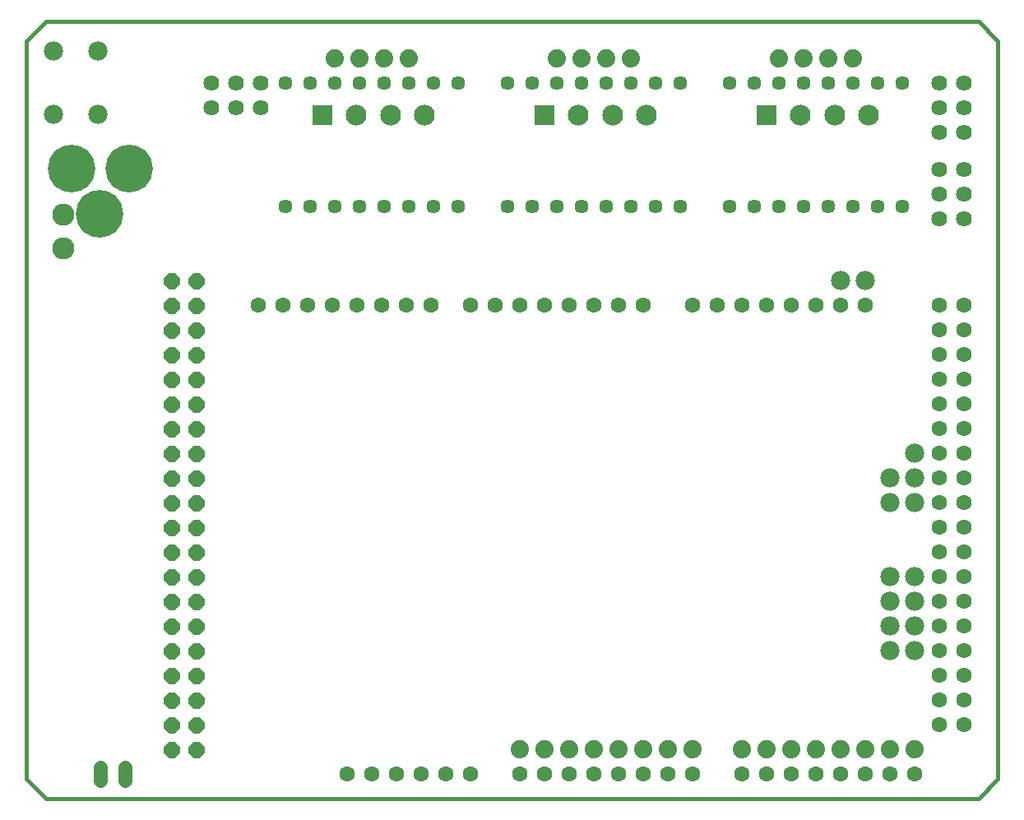
<source format=gbs>
G75*
%MOIN*%
%OFA0B0*%
%FSLAX25Y25*%
%IPPOS*%
%LPD*%
%AMOC8*
5,1,8,0,0,1.08239X$1,22.5*
%
%ADD10C,0.01600*%
%ADD11C,0.06306*%
%ADD12C,0.07400*%
%ADD13C,0.05715*%
%ADD14C,0.06400*%
%ADD15C,0.19298*%
%ADD16R,0.08400X0.08400*%
%ADD17C,0.08400*%
%ADD18C,0.09000*%
%ADD19C,0.07800*%
%ADD20OC8,0.06400*%
%ADD21C,0.05800*%
D10*
X0015300Y0009674D02*
X0023174Y0001800D01*
X0401127Y0001800D01*
X0409001Y0009674D01*
X0409001Y0308887D01*
X0401127Y0316761D01*
X0023174Y0316761D01*
X0015300Y0308887D01*
X0015300Y0308800D02*
X0015300Y0009800D01*
D11*
X0145300Y0011800D03*
X0155300Y0011800D03*
X0165300Y0011800D03*
X0175300Y0011800D03*
X0185300Y0011800D03*
X0195300Y0011800D03*
X0215300Y0011800D03*
X0225300Y0011800D03*
X0235300Y0011800D03*
X0245300Y0011800D03*
X0255300Y0011800D03*
X0265300Y0011800D03*
X0275300Y0011800D03*
X0285300Y0011800D03*
X0305300Y0011800D03*
X0315300Y0011800D03*
X0325300Y0011800D03*
X0335300Y0011800D03*
X0345300Y0011800D03*
X0355300Y0011800D03*
X0365300Y0011800D03*
X0375300Y0011800D03*
X0385300Y0031800D03*
X0395300Y0031800D03*
X0395300Y0041800D03*
X0385300Y0041800D03*
X0385300Y0051800D03*
X0395300Y0051800D03*
X0395300Y0061800D03*
X0385300Y0061800D03*
X0385300Y0071800D03*
X0395300Y0071800D03*
X0395300Y0081800D03*
X0385300Y0081800D03*
X0385300Y0091800D03*
X0395300Y0091800D03*
X0395300Y0101800D03*
X0385300Y0101800D03*
X0385300Y0111800D03*
X0395300Y0111800D03*
X0395300Y0121800D03*
X0385300Y0121800D03*
X0385300Y0131800D03*
X0395300Y0131800D03*
X0395300Y0141800D03*
X0385300Y0141800D03*
X0385300Y0151800D03*
X0395300Y0151800D03*
X0395300Y0161800D03*
X0385300Y0161800D03*
X0385300Y0171800D03*
X0395300Y0171800D03*
X0395300Y0181800D03*
X0385300Y0181800D03*
X0385300Y0191800D03*
X0395300Y0191800D03*
X0395300Y0201800D03*
X0385300Y0201800D03*
X0355300Y0201800D03*
X0345300Y0201800D03*
X0335300Y0201800D03*
X0325300Y0201800D03*
X0315300Y0201800D03*
X0305300Y0201800D03*
X0295300Y0201800D03*
X0285300Y0201800D03*
X0265300Y0201800D03*
X0255300Y0201800D03*
X0245300Y0201800D03*
X0235300Y0201800D03*
X0225300Y0201800D03*
X0215300Y0201800D03*
X0205300Y0201800D03*
X0195300Y0201800D03*
X0179300Y0201800D03*
X0169300Y0201800D03*
X0159300Y0201800D03*
X0149300Y0201800D03*
X0139300Y0201800D03*
X0129300Y0201800D03*
X0119300Y0201800D03*
X0109300Y0201800D03*
D12*
X0140300Y0301800D03*
X0150300Y0301800D03*
X0160300Y0301800D03*
X0170300Y0301800D03*
X0230300Y0301800D03*
X0240300Y0301800D03*
X0250300Y0301800D03*
X0260300Y0301800D03*
X0320300Y0301800D03*
X0330300Y0301800D03*
X0340300Y0301800D03*
X0350300Y0301800D03*
X0345300Y0021800D03*
X0335300Y0021800D03*
X0325300Y0021800D03*
X0315300Y0021800D03*
X0305300Y0021800D03*
X0285300Y0021800D03*
X0275300Y0021800D03*
X0265300Y0021800D03*
X0255300Y0021800D03*
X0245300Y0021800D03*
X0235300Y0021800D03*
X0225300Y0021800D03*
X0215300Y0021800D03*
X0355300Y0021800D03*
X0365300Y0021800D03*
X0375300Y0021800D03*
D13*
X0370300Y0241800D03*
X0360300Y0241800D03*
X0350300Y0241800D03*
X0340300Y0241800D03*
X0330300Y0241800D03*
X0320300Y0241800D03*
X0310300Y0241800D03*
X0300300Y0241800D03*
X0280300Y0241800D03*
X0270300Y0241800D03*
X0260300Y0241800D03*
X0250300Y0241800D03*
X0240300Y0241800D03*
X0230300Y0241800D03*
X0220300Y0241800D03*
X0210300Y0241800D03*
X0190300Y0241800D03*
X0180300Y0241800D03*
X0170300Y0241800D03*
X0160300Y0241800D03*
X0150300Y0241800D03*
X0140300Y0241800D03*
X0130300Y0241800D03*
X0120300Y0241800D03*
X0120300Y0291800D03*
X0130300Y0291800D03*
X0140300Y0291800D03*
X0150300Y0291800D03*
X0160300Y0291800D03*
X0170300Y0291800D03*
X0180300Y0291800D03*
X0190300Y0291800D03*
X0210300Y0291800D03*
X0220300Y0291800D03*
X0230300Y0291800D03*
X0240300Y0291800D03*
X0250300Y0291800D03*
X0260300Y0291800D03*
X0270300Y0291800D03*
X0280300Y0291800D03*
X0300300Y0291800D03*
X0310300Y0291800D03*
X0320300Y0291800D03*
X0330300Y0291800D03*
X0340300Y0291800D03*
X0350300Y0291800D03*
X0360300Y0291800D03*
X0370300Y0291800D03*
D14*
X0385300Y0291800D03*
X0395300Y0291800D03*
X0395300Y0281800D03*
X0385300Y0281800D03*
X0385300Y0271800D03*
X0395300Y0271800D03*
X0395300Y0256800D03*
X0385300Y0256800D03*
X0385300Y0246800D03*
X0395300Y0246800D03*
X0395300Y0236800D03*
X0385300Y0236800D03*
X0110300Y0281800D03*
X0100300Y0281800D03*
X0100300Y0291800D03*
X0110300Y0291800D03*
X0090300Y0291800D03*
X0090300Y0281800D03*
D15*
X0056875Y0257194D03*
X0033646Y0257194D03*
X0045064Y0238690D03*
D16*
X0135300Y0278800D03*
X0225300Y0278800D03*
X0315300Y0278800D03*
D17*
X0329080Y0278800D03*
X0342859Y0278800D03*
X0356639Y0278800D03*
X0266639Y0278800D03*
X0252859Y0278800D03*
X0239080Y0278800D03*
X0176639Y0278800D03*
X0162859Y0278800D03*
X0149080Y0278800D03*
D18*
X0030300Y0238493D03*
X0030300Y0224713D03*
D19*
X0026400Y0279000D03*
X0044200Y0279000D03*
X0044200Y0304600D03*
X0026400Y0304600D03*
X0345300Y0211800D03*
X0355300Y0211800D03*
X0375300Y0141800D03*
X0375300Y0131800D03*
X0375300Y0121800D03*
X0365300Y0121800D03*
X0365300Y0131800D03*
X0365300Y0091800D03*
X0365300Y0081800D03*
X0365300Y0071800D03*
X0365300Y0061800D03*
X0375300Y0061800D03*
X0375300Y0071800D03*
X0375300Y0081800D03*
X0375300Y0091800D03*
D20*
X0084158Y0091367D03*
X0074158Y0091367D03*
X0074158Y0101367D03*
X0074158Y0111367D03*
X0084158Y0111367D03*
X0084158Y0101367D03*
X0084158Y0081367D03*
X0074158Y0081367D03*
X0074158Y0071367D03*
X0074158Y0061367D03*
X0074158Y0051367D03*
X0084158Y0051367D03*
X0084158Y0061367D03*
X0084158Y0071367D03*
X0084158Y0041367D03*
X0074158Y0041367D03*
X0074158Y0031367D03*
X0074158Y0021367D03*
X0084158Y0021367D03*
X0084158Y0031367D03*
X0084158Y0121367D03*
X0074158Y0121367D03*
X0074158Y0131367D03*
X0074158Y0141367D03*
X0074158Y0151367D03*
X0074158Y0161367D03*
X0074158Y0171367D03*
X0074158Y0181367D03*
X0074158Y0191367D03*
X0084158Y0191367D03*
X0084158Y0181367D03*
X0084158Y0171367D03*
X0084158Y0161367D03*
X0084158Y0151367D03*
X0084158Y0141367D03*
X0084158Y0131367D03*
X0084158Y0201367D03*
X0074158Y0201367D03*
X0074158Y0211367D03*
X0084158Y0211367D03*
D21*
X0055300Y0014500D02*
X0055300Y0009100D01*
X0045300Y0009100D02*
X0045300Y0014500D01*
M02*

</source>
